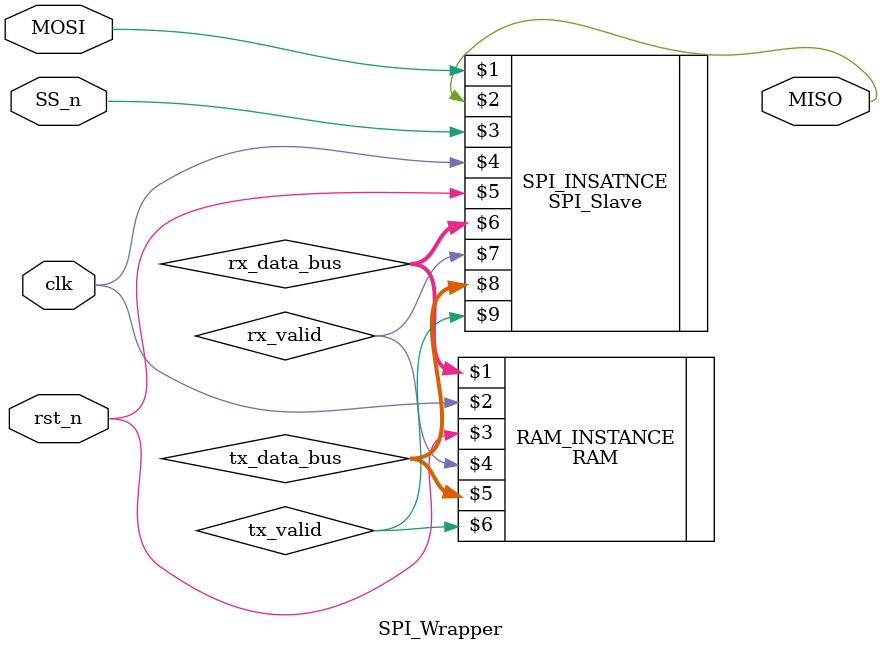
<source format=v>

module SPI_Wrapper (MOSI, MISO, SS_n, clk, rst_n);

//Parameters For RAM
parameter MEM_DEPTH = 256;
parameter ADDR_SIZE = 8;

input clk, rst_n, SS_n, MOSI;
output MISO;

//Internal Wires
wire [ADDR_SIZE+1 : 0] rx_data_bus;
wire [ADDR_SIZE-1 : 0] tx_data_bus;
wire rx_valid, tx_valid;

RAM #(MEM_DEPTH, ADDR_SIZE) RAM_INSTANCE (rx_data_bus, clk, rst_n, rx_valid, tx_data_bus, tx_valid);

SPI_Slave SPI_INSATNCE (MOSI, MISO, SS_n, clk, rst_n, rx_data_bus, rx_valid, tx_data_bus, tx_valid);

endmodule


</source>
